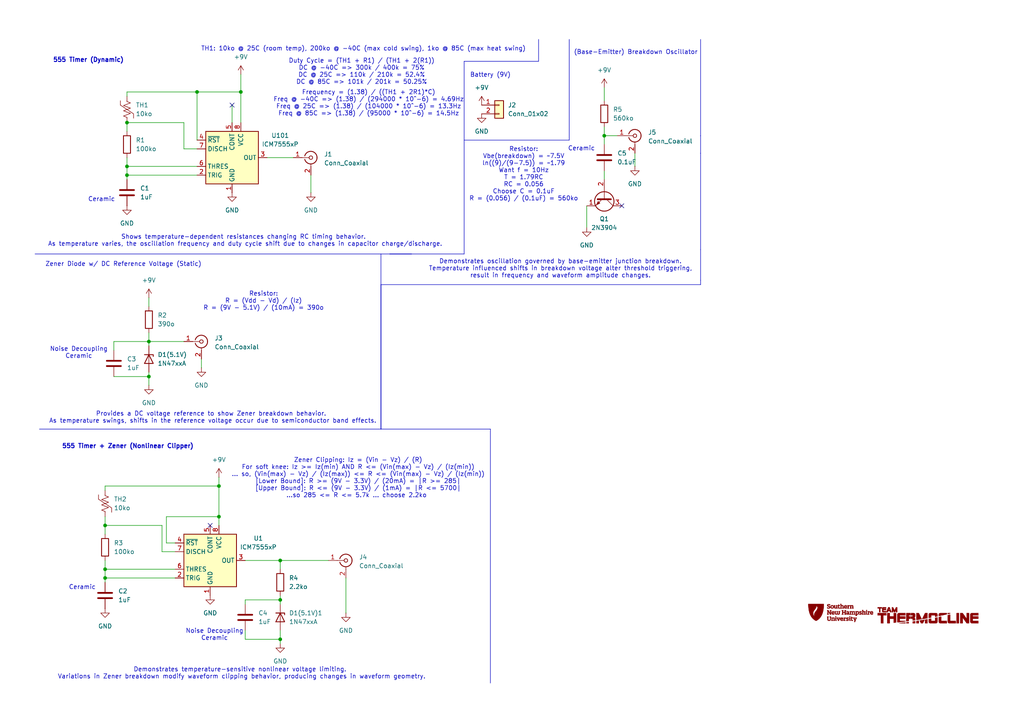
<source format=kicad_sch>
(kicad_sch (version 20250114) (generator "eeschema") (generator_version "9.0")
  (paper "A4")
  (title_block (title "ThermoclineTestBoard") (rev "${REVISION}") (company "EG-499"))
  (lib_symbols
    (symbol "Connector:Conn_Coaxial" (pin_names (offset 1.016) (hide yes))
      (property "Reference" "J" (at 0.254 3.048 0))
      (property "Value" "Conn_Coaxial" (at 2.921 0 90))
      (symbol "Conn_Coaxial_1_1"
        (pin passive line (at -5.08 0 0) (length 2.54) (name "In") (number "1"))
        (pin passive line (at 0 -5.08 90) (length 2.54) (name "Ext") (number "2"))
      )
    )
    (symbol "Connector_Generic:Conn_01x02" (pin_names (offset 1.016) (hide yes))
      (property "Reference" "J" (at 0 2.54 0))
      (property "Value" "Conn_01x02" (at 0 -5.08 0))
      (symbol "Conn_01x02_1_1"
        (pin passive line (at -5.08 0 0) (length 3.81) (name "Pin_1") (number "1"))
        (pin passive line (at -5.08 -2.54 0) (length 3.81) (name "Pin_2") (number "2"))
      )
    )
    (symbol "Device:C" (pin_numbers (hide yes)) (pin_names (offset 0.254))
      (property "Reference" "C" (at 0.635 2.54 0))
      (property "Value" "C" (at 0.635 -2.54 0))
      (symbol "C_1_1"
        (pin passive line (at 0 3.81 270) (length 2.794) (name "~") (number "1"))
        (pin passive line (at 0 -3.81 90) (length 2.794) (name "~") (number "2"))
      )
    )
    (symbol "Device:R" (pin_numbers (hide yes)) (pin_names (offset 0))
      (property "Reference" "R" (at 2.032 0 90))
      (property "Value" "R" (at 0 0 90))
      (symbol "R_1_1"
        (pin passive line (at 0 3.81 270) (length 1.27) (name "~") (number "1"))
        (pin passive line (at 0 -3.81 90) (length 1.27) (name "~") (number "2"))
      )
    )
    (symbol "Device:Thermistor_US" (pin_numbers (hide yes)) (pin_names (offset 0))
      (property "Reference" "TH" (at 2.54 1.27 90))
      (property "Value" "Thermistor_US" (at -2.54 0 90))
      (symbol "Thermistor_US_1_1"
        (pin passive line (at 0 3.81 270) (length 1.27) (name "~") (number "1"))
        (pin passive line (at 0 -3.81 90) (length 1.27) (name "~") (number "2"))
      )
    )
    (symbol "Diode:1N47xxA" (pin_numbers (hide yes)) (pin_names (hide yes))
      (property "Reference" "D" (at 0 2.54 0))
      (property "Value" "1N47xxA" (at 0 -2.54 0))
      (symbol "1N47xxA_1_1"
        (pin passive line (at -3.81 0 0) (length 2.54) (name "K") (number "1"))
        (pin passive line (at 3.81 0 180) (length 2.54) (name "A") (number "2"))
      )
    )
    (symbol "Timer:ICM7555xP"
      (property "Reference" "U" (at -10.16 8.89 0))
      (property "Value" "ICM7555xP" (at 2.54 8.89 0))
      (symbol "ICM7555xP_0_0"
        (pin power_in line (at 0 -10.16 90) (length 2.54) (name "GND") (number "1"))
        (pin power_in line (at 2.54 10.16 270) (length 2.54) (name "VCC") (number "8"))
      )
      (symbol "ICM7555xP_1_1"
        (pin input line (at -10.16 5.08 0) (length 2.54) (name "~{RST}") (number "4"))
        (pin input line (at -10.16 2.54 0) (length 2.54) (name "DISCH") (number "7"))
        (pin input line (at -10.16 -2.54 0) (length 2.54) (name "THRES") (number "6"))
        (pin input line (at -10.16 -5.08 0) (length 2.54) (name "TRIG") (number "2"))
        (pin open_collector line (at 0 10.16 270) (length 2.54) (name "CONT") (number "5"))
        (pin output line (at 10.16 0 180) (length 2.54) (name "OUT") (number "3"))
      )
    )
    (symbol "Transistor_BJT:2N3904" (pin_names (offset 0) (hide yes))
      (property "Reference" "Q" (at 5.08 1.905 0))
      (property "Value" "2N3904" (at 5.08 0 0))
      (symbol "2N3904_1_1"
        (pin input line (at -5.08 0 0) (length 2.54) (name "B") (number "2"))
        (pin passive line (at 2.54 5.08 270) (length 2.54) (name "C") (number "3"))
        (pin passive line (at 2.54 -5.08 90) (length 2.54) (name "E") (number "1"))
      )
    )
    (symbol "power:+9V" (power) (pin_numbers (hide yes)) (pin_names (offset 0) (hide yes))
      (property "Value" "+9V" (at 0 3.556 0))
      (symbol "+9V_1_1"
        (pin power_in line (at 0 0 90) (length 0) (name "~") (number "1"))
      )
    )
    (symbol "power:GND" (power) (pin_numbers (hide yes)) (pin_names (offset 0) (hide yes))
      (property "Value" "GND" (at 0 -3.81 0))
      (symbol "GND_1_1"
        (pin power_in line (at 0 0 270) (length 0) (name "~") (number "1"))
      )
    )
    (symbol "thermocline-symbols:SNHU_LOGO" (pin_names (offset 1.016)))
    (symbol "thermocline-symbols:Team Thermocline Logo" (pin_names (offset 1.016)))
  )
  (text "Ceramic" (at 168.656 43.18 0) (effects (font (size 1.27 1.27))))
  (text "Noise Decoupling\nCeramic" (at 22.86 102.362 0) (effects (font (size 1.27 1.27))))
  (text "Zener Diode w/ DC Reference Voltage (Static)" (at 35.814 76.708 0) (effects (font (size 1.27 1.27))))
  (text "Shows temperature-dependent resistances changing RC timing behavior. \nAs temperature varies, the oscillation frequency and duty cycle shift due to changes in capacitor charge/discharge." (at 71.12 69.85 0) (effects (font (size 1.27 1.27))))
  (text "Resistor:\nVbe(breakdown) = ~7.5V\nln((9)/(9-7.5)) = ~1.79\nWant f = 10Hz\nT = 1.79RC\nRC = 0.056\nChoose C = 0.1uF\nR = (0.056) / (0.1uF) = 560ko\n" (at 151.892 50.546 0) (effects (font (size 1.27 1.27))))
  (text "Ceramic" (at 29.464 57.912 0) (effects (font (size 1.27 1.27))))
  (text "Zener Clipping: Iz = (Vin - Vz) / (R)\nFor soft knee: Iz >= Iz(min) AND R <= (Vin(max) - Vz) / (Iz(min))\n... so, (Vin(max) - Vz) / (Iz(max)) <= R <= (Vin(max) - Vz) / (Iz(min))\n[Lower Bound]: R >= (9V - 3.3V) / (20mA) = |R >= 285|\n[Upper Bound]: R <= (9V - 3.3V) / (1mA) = |R <= 5700|\n...so 285 <= R <= 5.7k ... choose 2.2ko " (at 103.886 138.684 0) (effects (font (size 1.27 1.27))))
  (text "Duty Cycle = (TH1 + R1) / (TH1 + 2(R1))\nDC @ -40C => 300k / 400k = 75%\nDC @ 25C => 110k / 210k = 52.4%\nDC @ 85C => 101k / 201k = 50.25%" (at 104.902 20.828 0) (effects (font (size 1.27 1.27))))
  (text "Demonstrates temperature-sensitive nonlinear voltage limiting. \nVariations in Zener breakdown modify waveform clipping behavior, producing changes in waveform geometry." (at 70.104 195.326 0) (effects (font (size 1.27 1.27))))
  (text "Battery (9V)" (at 142.24 21.844 0) (effects (font (size 1.27 1.27))))
  (text "Resistor:\nR = (Vdd - Vd) / (Iz)\nR = (9V - 5.1V) / (10mA) = 390o" (at 76.454 87.376 0) (effects (font (size 1.27 1.27))))
  (text "Noise Decoupling\nCeramic" (at 62.23 184.15 0) (effects (font (size 1.27 1.27))))
  (text "555 Timer + Zener (Nonlinear Clipper)" (at 37.084 129.54 0) (effects (font (size 1.27 1.27) (thickness 0.254) (bold yes))))
  (text "Ceramic" (at 23.876 170.434 0) (effects (font (size 1.27 1.27))))
  (text "Frequency = (1.38) / ((TH1 + 2R1)*C)\nFreq @ -40C => (1.38) / (294000 * 10^-6) = 4.69Hz\nFreq @ 25C => (1.38) / (104000 * 10^-6) = 13.3Hz\nFreq @ 85C => (1.38) / (95000 * 10^-6) = 14.5Hz" (at 106.934 29.972 0) (effects (font (size 1.27 1.27))))
  (text "Demonstrates oscillation governed by base-emitter junction breakdown.\nTemperature influenced shifts in breakdown voltage alter threshold triggering,\nresult in frequency and waveform amplitude changes." (at 162.56 77.978 0) (effects (font (size 1.27 1.27))))
  (text "555 Timer (Dynamic)" (at 25.654 17.526 0) (effects (font (size 1.27 1.27) (thickness 0.254) (bold yes))))
  (text "Provides a DC voltage reference to show Zener breakdown behavior. \nAs temperature swings, shifts in the reference voltage occur due to semiconductor band effects." (at 61.722 121.158 0) (effects (font (size 1.27 1.27))))
  (text "TH1: 10ko @ 25C (room temp), 200ko @ -40C (max cold swing), 1ko @ 85C (max heat swing)" (at 105.41 14.224 0) (effects (font (size 1.27 1.27))))
  (text "(Base-Emitter) Breakdown Oscillator" (at 184.404 15.24 0) (effects (font (size 1.27 1.27))))
  (junction (at 175.26 39.37))
  (junction (at 63.5 149.86))
  (junction (at 30.48 152.4))
  (junction (at 81.28 173.99))
  (junction (at 63.5 140.97))
  (junction (at 43.18 109.22))
  (junction (at 36.83 50.8))
  (junction (at 36.83 35.56))
  (junction (at 69.85 26.67))
  (junction (at 30.48 165.1))
  (junction (at 30.48 167.64))
  (junction (at 43.18 99.06))
  (junction (at 81.28 162.56))
  (junction (at 81.28 185.42))
  (junction (at 36.83 48.26))
  (junction (at 57.15 26.67))
  (no_connect (at 60.96 152.4))
  (no_connect (at 180.34 59.69))
  (no_connect (at 67.31 30.48))
  (polyline (pts (xy 142.24 124.46) (xy 142.24 198.12)))
  (polyline (pts (xy 203.2 11.43) (xy 203.2 39.37)))
  (polyline (pts (xy 203.2 44.45) (xy 203.2 44.45)))
  (wire (pts (xy 30.48 167.64) (xy 30.48 165.1)))
  (wire (pts (xy 43.18 107.95) (xy 43.18 109.22)))
  (wire (pts (xy 81.28 182.88) (xy 81.28 185.42)))
  (polyline (pts (xy 110.49 124.46) (xy 142.24 124.46)))
  (polyline (pts (xy 110.49 73.66) (xy 110.49 124.46)))
  (wire (pts (xy 81.28 172.72) (xy 81.28 173.99)))
  (polyline (pts (xy 203.2 72.39) (xy 203.2 81.28)))
  (wire (pts (xy 170.18 59.69) (xy 170.18 66.04)))
  (wire (pts (xy 57.15 26.67) (xy 69.85 26.67)))
  (wire (pts (xy 43.18 96.52) (xy 43.18 99.06)))
  (wire (pts (xy 50.8 157.48) (xy 48.26 157.48)))
  (wire (pts (xy 30.48 142.24) (xy 30.48 140.97)))
  (wire (pts (xy 90.17 50.8) (xy 90.17 55.88)))
  (wire (pts (xy 46.99 152.4) (xy 30.48 152.4)))
  (wire (pts (xy 175.26 36.83) (xy 175.26 39.37)))
  (wire (pts (xy 30.48 167.64) (xy 30.48 168.91)))
  (wire (pts (xy 57.15 26.67) (xy 57.15 40.64)))
  (wire (pts (xy 30.48 165.1) (xy 30.48 162.56)))
  (wire (pts (xy 77.47 45.72) (xy 85.09 45.72)))
  (polyline (pts (xy 156.21 11.43) (xy 156.21 17.78)))
  (wire (pts (xy 50.8 160.02) (xy 46.99 160.02)))
  (polyline (pts (xy 165.1 11.43) (xy 165.1 40.64)))
  (wire (pts (xy 30.48 152.4) (xy 30.48 154.94)))
  (polyline (pts (xy 134.62 17.78) (xy 134.62 73.66)))
  (wire (pts (xy 43.18 109.22) (xy 43.18 111.76)))
  (wire (pts (xy 36.83 48.26) (xy 36.83 45.72)))
  (polyline (pts (xy 203.2 82.55) (xy 203.2 81.28)))
  (wire (pts (xy 30.48 165.1) (xy 50.8 165.1)))
  (wire (pts (xy 36.83 50.8) (xy 36.83 48.26)))
  (wire (pts (xy 43.18 99.06) (xy 53.34 99.06)))
  (wire (pts (xy 33.02 109.22) (xy 43.18 109.22)))
  (wire (pts (xy 30.48 149.86) (xy 30.48 152.4)))
  (wire (pts (xy 57.15 50.8) (xy 36.83 50.8)))
  (wire (pts (xy 53.34 35.56) (xy 36.83 35.56)))
  (polyline (pts (xy 113.03 73.66) (xy 119.38 73.66)))
  (wire (pts (xy 69.85 26.67) (xy 69.85 35.56)))
  (polyline (pts (xy 165.1 40.64) (xy 134.62 40.64)))
  (wire (pts (xy 43.18 99.06) (xy 43.18 100.33)))
  (polyline (pts (xy 156.21 17.78) (xy 134.62 17.78)))
  (wire (pts (xy 43.18 86.36) (xy 43.18 88.9)))
  (polyline (pts (xy 10.16 73.66) (xy 134.62 73.66)))
  (wire (pts (xy 36.83 26.67) (xy 57.15 26.67)))
  (wire (pts (xy 58.42 104.14) (xy 58.42 106.68)))
  (wire (pts (xy 36.83 50.8) (xy 36.83 52.07)))
  (wire (pts (xy 71.12 173.99) (xy 81.28 173.99)))
  (wire (pts (xy 175.26 39.37) (xy 175.26 41.91)))
  (wire (pts (xy 46.99 160.02) (xy 46.99 152.4)))
  (polyline (pts (xy 11.43 124.46) (xy 110.49 124.46)))
  (polyline (pts (xy 110.49 82.55) (xy 110.49 124.46)))
  (wire (pts (xy 36.83 35.56) (xy 36.83 38.1)))
  (wire (pts (xy 57.15 43.18) (xy 53.34 43.18)))
  (wire (pts (xy 63.5 140.97) (xy 63.5 149.86)))
  (wire (pts (xy 33.02 99.06) (xy 43.18 99.06)))
  (wire (pts (xy 175.26 39.37) (xy 179.07 39.37)))
  (wire (pts (xy 33.02 101.6) (xy 33.02 99.06)))
  (polyline (pts (xy 203.2 39.37) (xy 203.2 39.37)))
  (polyline (pts (xy 203.2 44.45) (xy 203.2 39.37)))
  (wire (pts (xy 71.12 182.88) (xy 71.12 185.42)))
  (wire (pts (xy 69.85 21.59) (xy 69.85 26.67)))
  (wire (pts (xy 48.26 157.48) (xy 48.26 149.86)))
  (polyline (pts (xy 203.2 72.39) (xy 203.2 44.45)))
  (wire (pts (xy 36.83 48.26) (xy 57.15 48.26)))
  (wire (pts (xy 71.12 185.42) (xy 81.28 185.42)))
  (wire (pts (xy 63.5 149.86) (xy 63.5 152.4)))
  (wire (pts (xy 63.5 138.43) (xy 63.5 140.97)))
  (wire (pts (xy 71.12 175.26) (xy 71.12 173.99)))
  (wire (pts (xy 81.28 173.99) (xy 81.28 175.26)))
  (wire (pts (xy 53.34 43.18) (xy 53.34 35.56)))
  (wire (pts (xy 50.8 167.64) (xy 30.48 167.64)))
  (wire (pts (xy 48.26 149.86) (xy 63.5 149.86)))
  (polyline (pts (xy 110.49 82.55) (xy 203.2 82.55)))
  (wire (pts (xy 184.15 44.45) (xy 184.15 48.26)))
  (wire (pts (xy 175.26 25.4) (xy 175.26 29.21)))
  (wire (pts (xy 81.28 162.56) (xy 81.28 165.1)))
  (wire (pts (xy 81.28 185.42) (xy 81.28 186.69)))
  (wire (pts (xy 36.83 27.94) (xy 36.83 26.67)))
  (wire (pts (xy 95.25 162.56) (xy 81.28 162.56)))
  (wire (pts (xy 71.12 162.56) (xy 81.28 162.56)))
  (wire (pts (xy 67.31 30.48) (xy 67.31 35.56)))
  (wire (pts (xy 100.33 167.64) (xy 100.33 177.8)))
  (wire (pts (xy 30.48 140.97) (xy 63.5 140.97)))
  (wire (pts (xy 175.26 49.53) (xy 175.26 52.07)))
  (symbol (lib_id "power:+9V") (at 43.18 86.36 0) (unit 1)
    (property "Reference" "#PWR07" (effects (hide yes)))
    (property "Value" "+9V" (at 43.18 81.28 0))
    (property "Description" "Power symbol creates a global label with name \"+9V\"" (effects (hide yes)))
  )
  (symbol (lib_id "power:GND") (at 43.18 111.76 0) (unit 1)
    (property "Reference" "#PWR08" (effects (hide yes)))
    (property "Value" "GND" (at 43.18 116.84 0))
    (property "Description" "Power symbol creates a global label with name \"GND\" , ground" (effects (hide yes)))
  )
  (symbol (lib_id "power:+9V") (at 175.26 25.4 0) (unit 1)
    (property "Reference" "#PWR015" (effects (hide yes)))
    (property "Value" "+9V" (at 175.26 20.32 0))
    (property "Description" "Power symbol creates a global label with name \"+9V\"" (effects (hide yes)))
  )
  (symbol (lib_id "Device:R") (at 43.18 92.71 0) (unit 1)
    (property "Reference" "R2" (at 45.72 91.4399 0) (effects (justify left)))
    (property "Value" "390o" (at 45.72 93.9799 0) (effects (justify left)))
    (property "Description" "Resistor" (effects (hide yes)))
  )
  (symbol (lib_id "Connector:Conn_Coaxial") (at 184.15 39.37 0) (unit 1)
    (property "Reference" "J5" (at 187.96 38.3931 0) (effects (justify left)))
    (property "Value" "Conn_Coaxial" (at 187.96 40.9331 0) (effects (justify left)))
    (property "Footprint" "thermocline:HL-BNC-KHDA" (effects (hide yes)))
    (property "Datasheet" "https://www.lcsc.com/datasheet/C19712152.pdf" (effects (hide yes)))
    (property "Description" "coaxial connector (BNC, SMA, SMB, SMC, Cinch/RCA, LEMO, ...)" (effects (hide yes)))
    (property "LCSC#" "C19712152" (effects (hide yes)))
  )
  (symbol (lib_id "Connector:Conn_Coaxial") (at 90.17 45.72 0) (unit 1)
    (property "Reference" "J1" (at 93.98 44.7431 0) (effects (justify left)))
    (property "Value" "Conn_Coaxial" (at 93.98 47.2831 0) (effects (justify left)))
    (property "Footprint" "thermocline:HL-BNC-KHDA" (effects (hide yes)))
    (property "Datasheet" "https://www.lcsc.com/datasheet/C19712152.pdf" (effects (hide yes)))
    (property "Description" "coaxial connector (BNC, SMA, SMB, SMC, Cinch/RCA, LEMO, ...)" (effects (hide yes)))
    (property "LCSC#" "C19712152" (effects (hide yes)))
  )
  (symbol (lib_id "power:+9V") (at 139.7 30.48 0) (unit 1)
    (property "Reference" "#PWR05" (effects (hide yes)))
    (property "Value" "+9V" (at 139.7 25.4 0))
    (property "Description" "Power symbol creates a global label with name \"+9V\"" (effects (hide yes)))
  )
  (symbol (lib_id "Diode:1N47xxA") (at 43.18 104.14 270) (unit 1)
    (property "Reference" "D1(5.1V)" (at 45.72 102.8699 90) (effects (justify left)))
    (property "Value" "1N47xxA" (at 45.72 105.4099 90) (effects (justify left)))
    (property "Footprint" "Diode_THT:D_DO-41_SOD81_P10.16mm_Horizontal" (effects (hide yes)))
    (property "Datasheet" "https://www.vishay.com/docs/85816/1n4728a.pdf" (effects (hide yes)))
    (property "Description" "1300mW Silicon planar power Zener diodes, DO-41" (effects (hide yes)))
  )
  (symbol (lib_id "power:+9V") (at 63.5 138.43 0) (unit 1)
    (property "Reference" "#PWR012" (effects (hide yes)))
    (property "Value" "+9V" (at 63.5 133.35 0))
    (property "Description" "Power symbol creates a global label with name \"+9V\"" (effects (hide yes)))
  )
  (symbol (lib_id "Device:C") (at 30.48 172.72 0) (unit 1)
    (property "Reference" "C2" (at 34.29 171.4499 0) (effects (justify left)))
    (property "Value" "1uF" (at 34.29 173.9899 0) (effects (justify left)))
    (property "Description" "Unpolarized capacitor" (effects (hide yes)))
  )
  (symbol (lib_id "Device:R") (at 175.26 33.02 0) (unit 1)
    (property "Reference" "R5" (at 177.8 31.7499 0) (effects (justify left)))
    (property "Value" "560ko" (at 177.8 34.2899 0) (effects (justify left)))
    (property "Description" "Resistor" (effects (hide yes)))
  )
  (symbol (lib_id "Device:R") (at 30.48 158.75 0) (unit 1)
    (property "Reference" "R3" (at 33.02 157.4799 0) (effects (justify left)))
    (property "Value" "100ko" (at 33.02 160.0199 0) (effects (justify left)))
    (property "Description" "Resistor" (effects (hide yes)))
  )
  (symbol (lib_id "Device:C") (at 71.12 179.07 0) (unit 1)
    (property "Reference" "C4" (at 74.93 177.7999 0) (effects (justify left)))
    (property "Value" "1uF" (at 74.93 180.3399 0) (effects (justify left)))
    (property "Description" "Unpolarized capacitor" (effects (hide yes)))
  )
  (symbol (lib_id "power:GND") (at 36.83 59.69 0) (unit 1)
    (property "Reference" "#PWR04" (effects (hide yes)))
    (property "Value" "GND" (at 36.83 64.77 0))
    (property "Description" "Power symbol creates a global label with name \"GND\" , ground" (effects (hide yes)))
  )
  (symbol (lib_id "Diode:1N47xxA") (at 81.28 179.07 270) (unit 1)
    (property "Reference" "D1(5.1V)1" (at 83.82 177.7999 90) (effects (justify left)))
    (property "Value" "1N47xxA" (at 83.82 180.3399 90) (effects (justify left)))
    (property "Footprint" "Diode_THT:D_DO-41_SOD81_P10.16mm_Horizontal" (effects (hide yes)))
    (property "Datasheet" "https://www.vishay.com/docs/85816/1n4728a.pdf" (effects (hide yes)))
    (property "Description" "1300mW Silicon planar power Zener diodes, DO-41" (effects (hide yes)))
  )
  (symbol (lib_id "power:GND") (at 58.42 106.68 0) (unit 1)
    (property "Reference" "#PWR09" (effects (hide yes)))
    (property "Value" "GND" (at 58.42 111.76 0))
    (property "Description" "Power symbol creates a global label with name \"GND\" , ground" (effects (hide yes)))
  )
  (symbol (lib_id "thermocline-symbols:Team Thermocline Logo") (at 284.48 181.61 0) (unit 1)
    (property "Reference" "#G101" (effects (hide yes)))
    (property "Value" "Team Thermocline Logo" (effects (hide yes)))
  )
  (symbol (lib_id "power:GND") (at 139.7 33.02 0) (unit 1)
    (property "Reference" "#PWR06" (effects (hide yes)))
    (property "Value" "GND" (at 139.7 38.1 0))
    (property "Description" "Power symbol creates a global label with name \"GND\" , ground" (effects (hide yes)))
  )
  (symbol (lib_id "Device:C") (at 175.26 45.72 0) (unit 1)
    (property "Reference" "C5" (at 179.07 44.4499 0) (effects (justify left)))
    (property "Value" "0.1uF" (at 179.07 46.9899 0) (effects (justify left)))
    (property "Description" "Unpolarized capacitor" (effects (hide yes)))
  )
  (symbol (lib_id "power:GND") (at 67.31 55.88 0) (unit 1)
    (property "Reference" "#PWR01" (effects (hide yes)))
    (property "Value" "GND" (at 67.31 60.96 0))
    (property "Description" "Power symbol creates a global label with name \"GND\" , ground" (effects (hide yes)))
  )
  (symbol (lib_id "Connector:Conn_Coaxial") (at 58.42 99.06 0) (unit 1)
    (property "Reference" "J3" (at 62.23 98.0831 0) (effects (justify left)))
    (property "Value" "Conn_Coaxial" (at 62.23 100.6231 0) (effects (justify left)))
    (property "Footprint" "thermocline:HL-BNC-KHDA" (effects (hide yes)))
    (property "Datasheet" "https://www.lcsc.com/datasheet/C19712152.pdf" (effects (hide yes)))
    (property "Description" "coaxial connector (BNC, SMA, SMB, SMC, Cinch/RCA, LEMO, ...)" (effects (hide yes)))
    (property "LCSC#" "C19712152" (effects (hide yes)))
  )
  (symbol (lib_id "Connector_Generic:Conn_01x02") (at 144.78 30.48 0) (unit 1)
    (property "Reference" "J2" (at 147.32 30.4799 0) (effects (justify left)))
    (property "Value" "Conn_01x02" (at 147.32 33.0199 0) (effects (justify left)))
    (property "Footprint" "Connector_Wire:SolderWire-1.5sqmm_1x02_P6mm_D1.7mm_OD3mm_Relief" (effects (hide yes)))
    (property "Description" "Generic connector, single row, 01x02, script generated (kicad-library-utils/schlib/autogen/connector/)" (effects (hide yes)))
  )
  (symbol (lib_id "Connector:Conn_Coaxial") (at 100.33 162.56 0) (unit 1)
    (property "Reference" "J4" (at 104.14 161.5831 0) (effects (justify left)))
    (property "Value" "Conn_Coaxial" (at 104.14 164.1231 0) (effects (justify left)))
    (property "Footprint" "thermocline:HL-BNC-KHDA" (effects (hide yes)))
    (property "Datasheet" "https://www.lcsc.com/datasheet/C19712152.pdf" (effects (hide yes)))
    (property "Description" "coaxial connector (BNC, SMA, SMB, SMC, Cinch/RCA, LEMO, ...)" (effects (hide yes)))
    (property "LCSC#" "C19712152" (effects (hide yes)))
  )
  (symbol (lib_id "power:GND") (at 60.96 172.72 0) (unit 1)
    (property "Reference" "#PWR011" (effects (hide yes)))
    (property "Value" "GND" (at 60.96 177.8 0))
    (property "Description" "Power symbol creates a global label with name \"GND\" , ground" (effects (hide yes)))
  )
  (symbol (lib_id "power:GND") (at 90.17 55.88 0) (unit 1)
    (property "Reference" "#PWR03" (effects (hide yes)))
    (property "Value" "GND" (at 90.17 60.96 0))
    (property "Description" "Power symbol creates a global label with name \"GND\" , ground" (effects (hide yes)))
  )
  (symbol (lib_id "power:GND") (at 100.33 177.8 0) (unit 1)
    (property "Reference" "#PWR014" (effects (hide yes)))
    (property "Value" "GND" (at 100.33 182.88 0))
    (property "Description" "Power symbol creates a global label with name \"GND\" , ground" (effects (hide yes)))
  )
  (symbol (lib_id "Timer:ICM7555xP") (at 67.31 45.72 0) (unit 1)
    (property "Reference" "U101" (at 81.28 39.2998 0))
    (property "Value" "ICM7555xP" (at 81.28 41.8398 0))
    (property "Footprint" "Package_DIP:DIP-8_W7.62mm" (effects (hide yes)))
    (property "Datasheet" "https://www.nxp.com/docs/en/data-sheet/ICM7555.pdf" (effects (hide yes)))
    (property "Description" "CMOS General Purpose Timer, 555 compatible, PDIP-8" (effects (hide yes)))
    (property "LCSC#" "C7432184" (effects (hide yes)))
  )
  (symbol (lib_id "thermocline-symbols:SNHU_LOGO") (at 243.84 177.8 0) (unit 1)
    (property "Reference" "#G102" (effects (hide yes)))
    (property "Value" "SNHU_LOGO" (effects (hide yes)))
  )
  (symbol (lib_id "power:GND") (at 170.18 66.04 0) (unit 1)
    (property "Reference" "#PWR017" (effects (hide yes)))
    (property "Value" "GND" (at 170.18 71.12 0))
    (property "Description" "Power symbol creates a global label with name \"GND\" , ground" (effects (hide yes)))
  )
  (symbol (lib_id "power:GND") (at 81.28 186.69 0) (unit 1)
    (property "Reference" "#PWR013" (effects (hide yes)))
    (property "Value" "GND" (at 81.28 191.77 0))
    (property "Description" "Power symbol creates a global label with name \"GND\" , ground" (effects (hide yes)))
  )
  (symbol (lib_id "Device:Thermistor_US") (at 30.48 146.05 180) (unit 1)
    (property "Reference" "TH2" (at 33.02 144.7799 0) (effects (justify right)))
    (property "Value" "10ko" (at 33.02 147.3199 0) (effects (justify right)))
    (property "Datasheet" "https://cdn.sparkfun.com/datasheets/Sensors/Temp/ntcle100.pdf" (effects (hide yes)))
    (property "Description" "Thermistor, temperature dependent resistor, US symbol" (effects (hide yes)))
  )
  (symbol (lib_id "Device:Thermistor_US") (at 36.83 31.75 180) (unit 1)
    (property "Reference" "TH1" (at 39.37 30.4799 0) (effects (justify right)))
    (property "Value" "10ko" (at 39.37 33.0199 0) (effects (justify right)))
    (property "Datasheet" "https://cdn.sparkfun.com/datasheets/Sensors/Temp/ntcle100.pdf" (effects (hide yes)))
    (property "Description" "Thermistor, temperature dependent resistor, US symbol" (effects (hide yes)))
  )
  (symbol (lib_id "Device:R") (at 36.83 41.91 0) (unit 1)
    (property "Reference" "R1" (at 39.37 40.6399 0) (effects (justify left)))
    (property "Value" "100ko" (at 39.37 43.1799 0) (effects (justify left)))
    (property "Description" "Resistor" (effects (hide yes)))
  )
  (symbol (lib_id "power:+9V") (at 69.85 21.59 0) (unit 1)
    (property "Reference" "#PWR02" (effects (hide yes)))
    (property "Value" "+9V" (at 69.85 16.51 0))
    (property "Description" "Power symbol creates a global label with name \"+9V\"" (effects (hide yes)))
  )
  (symbol (lib_id "Timer:ICM7555xP") (at 60.96 162.56 0) (unit 1)
    (property "Reference" "U1" (at 74.93 156.1398 0))
    (property "Value" "ICM7555xP" (at 74.93 158.6798 0))
    (property "Footprint" "Package_DIP:DIP-8_W7.62mm" (effects (hide yes)))
    (property "Datasheet" "https://www.nxp.com/docs/en/data-sheet/ICM7555.pdf" (effects (hide yes)))
    (property "Description" "CMOS General Purpose Timer, 555 compatible, PDIP-8" (effects (hide yes)))
    (property "LCSC#" "C7432184" (effects (hide yes)))
  )
  (symbol (lib_id "power:GND") (at 184.15 48.26 0) (unit 1)
    (property "Reference" "#PWR016" (effects (hide yes)))
    (property "Value" "GND" (at 184.15 53.34 0))
    (property "Description" "Power symbol creates a global label with name \"GND\" , ground" (effects (hide yes)))
  )
  (symbol (lib_id "Device:C") (at 33.02 105.41 0) (unit 1)
    (property "Reference" "C3" (at 36.83 104.1399 0) (effects (justify left)))
    (property "Value" "1uF" (at 36.83 106.6799 0) (effects (justify left)))
    (property "Description" "Unpolarized capacitor" (effects (hide yes)))
  )
  (symbol (lib_id "Device:C") (at 36.83 55.88 0) (unit 1)
    (property "Reference" "C1" (at 40.64 54.6099 0) (effects (justify left)))
    (property "Value" "1uF" (at 40.64 57.1499 0) (effects (justify left)))
    (property "Description" "Unpolarized capacitor" (effects (hide yes)))
  )
  (symbol (lib_id "power:GND") (at 30.48 176.53 0) (unit 1)
    (property "Reference" "#PWR010" (effects (hide yes)))
    (property "Value" "GND" (at 30.48 181.61 0))
    (property "Description" "Power symbol creates a global label with name \"GND\" , ground" (effects (hide yes)))
  )
  (symbol (lib_id "Device:R") (at 81.28 168.91 180) (unit 1)
    (property "Reference" "R4" (at 83.82 167.6399 0) (effects (justify right)))
    (property "Value" "2.2ko" (at 83.82 170.1799 0) (effects (justify right)))
    (property "Description" "Resistor" (effects (hide yes)))
  )
  (symbol (lib_id "Transistor_BJT:2N3904") (at 175.26 57.15 270) (unit 1)
    (property "Reference" "Q1" (at 175.26 63.5 90))
    (property "Value" "2N3904" (at 175.26 66.04 90))
    (property "Footprint" "Package_TO_SOT_THT:TO-92_Inline" (effects (hide yes)))
    (property "Datasheet" "https://www.onsemi.com/pub/Collateral/2N3903-D.PDF" (effects (hide yes)))
    (property "Description" "0.2A Ic, 40V Vce, Small Signal NPN Transistor, TO-92" (effects (hide yes)))
  )
)
</source>
